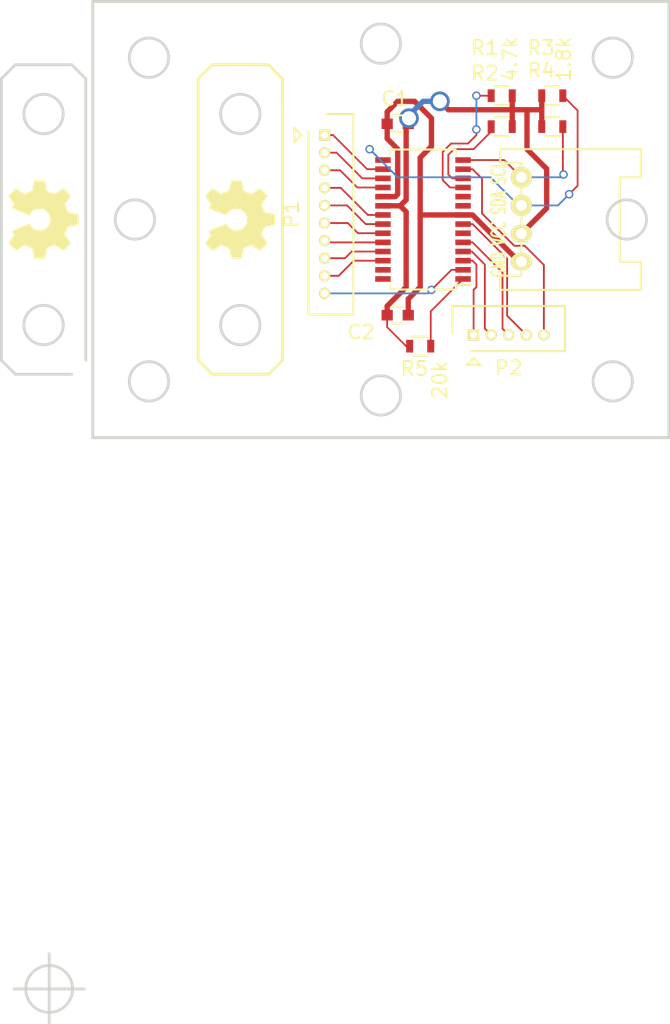
<source format=kicad_pcb>
(kicad_pcb (version 4) (host pcbnew 4.0.2+dfsg1-stable)

  (general
    (links 34)
    (no_connects 0)
    (area 78.985599 65.644799 126.685601 96.844801)
    (thickness 1.6)
    (drawings 39)
    (tracks 150)
    (zones 0)
    (modules 13)
    (nets 28)
  )

  (page A4)
  (title_block
    (date "26 jul 2013")
  )

  (layers
    (0 F.Cu signal)
    (31 B.Cu signal)
    (32 B.Adhes user)
    (33 F.Adhes user)
    (34 B.Paste user)
    (35 F.Paste user)
    (36 B.SilkS user)
    (37 F.SilkS user)
    (38 B.Mask user)
    (39 F.Mask user)
    (40 Dwgs.User user)
    (41 Cmts.User user)
    (42 Eco1.User user)
    (43 Eco2.User user)
    (44 Edge.Cuts user)
    (45 Margin user)
    (46 B.CrtYd user)
    (47 F.CrtYd user)
    (48 B.Fab user)
    (49 F.Fab user)
  )

  (setup
    (last_trace_width 0.25)
    (user_trace_width 0.127)
    (user_trace_width 0.2032)
    (user_trace_width 0.381)
    (user_trace_width 0.508)
    (user_trace_width 1.016)
    (user_trace_width 1.27)
    (user_trace_width 2.032)
    (user_trace_width 2.54)
    (trace_clearance 0.2)
    (zone_clearance 0.508)
    (zone_45_only yes)
    (trace_min 0.1238)
    (segment_width 0.2)
    (edge_width 0.2)
    (via_size 0.6)
    (via_drill 0.4)
    (via_min_size 0.4)
    (via_min_drill 0.3)
    (user_via 1.39954 1.00076)
    (user_via 1.39954 1.00076)
    (user_via 2.54 1.27)
    (user_via 2.54 1.27)
    (user_via 2.54 1.27)
    (user_via 2.54 1.27)
    (user_via 2.79908 1.99898)
    (user_via 2.79908 1.99898)
    (uvia_size 0.3)
    (uvia_drill 0.1)
    (uvias_allowed no)
    (uvia_min_size 0)
    (uvia_min_drill 0)
    (pcb_text_width 0.3)
    (pcb_text_size 1.5 1.5)
    (mod_edge_width 0.15)
    (mod_text_size 1 1)
    (mod_text_width 0.15)
    (pad_size 1.2 1.5)
    (pad_drill 0.762)
    (pad_to_mask_clearance 0.2)
    (aux_axis_origin 106.0856 81.2348)
    (grid_origin 106.0856 81.2448)
    (visible_elements FFFFEFFF)
    (pcbplotparams
      (layerselection 0x010f0_80000001)
      (usegerberextensions false)
      (excludeedgelayer true)
      (linewidth 0.100000)
      (plotframeref false)
      (viasonmask false)
      (mode 1)
      (useauxorigin false)
      (hpglpennumber 1)
      (hpglpenspeed 20)
      (hpglpendiameter 15)
      (hpglpenoverlay 2)
      (psnegative false)
      (psa4output false)
      (plotreference true)
      (plotvalue true)
      (plotinvisibletext false)
      (padsonsilk false)
      (subtractmaskfromsilk false)
      (outputformat 1)
      (mirror false)
      (drillshape 0)
      (scaleselection 1)
      (outputdirectory ""))
  )

  (net 0 "")
  (net 1 "Net-(P2-Pad2)")
  (net 2 "Net-(P2-Pad3)")
  (net 3 "Net-(P1-Pad2)")
  (net 4 "Net-(P1-Pad4)")
  (net 5 "Net-(P3-Pad4)")
  (net 6 "Net-(P2-Pad1)")
  (net 7 "Net-(P2-Pad4)")
  (net 8 "Net-(P2-Pad5)")
  (net 9 "Net-(C1-Pad1)")
  (net 10 "Net-(C1-Pad2)")
  (net 11 "Net-(P1-Pad1)")
  (net 12 "Net-(P1-Pad3)")
  (net 13 "Net-(P1-Pad5)")
  (net 14 "Net-(P1-Pad6)")
  (net 15 "Net-(P1-Pad7)")
  (net 16 "Net-(P1-Pad8)")
  (net 17 "Net-(P1-Pad9)")
  (net 18 "Net-(P1-Pad10)")
  (net 19 "Net-(P3-Pad3)")
  (net 20 "Net-(R1-Pad2)")
  (net 21 "Net-(R5-Pad2)")
  (net 22 "Net-(U1-Pad6)")
  (net 23 "Net-(U1-Pad9)")
  (net 24 "Net-(U1-Pad10)")
  (net 25 "Net-(U1-Pad27)")
  (net 26 "Net-(U1-Pad28)")
  (net 27 "Net-(R2-Pad2)")

  (net_class Default "これは標準のネット クラスです。"
    (clearance 0.2)
    (trace_width 0.25)
    (via_dia 0.6)
    (via_drill 0.4)
    (uvia_dia 0.3)
    (uvia_drill 0.1)
    (add_net "Net-(C1-Pad1)")
    (add_net "Net-(C1-Pad2)")
    (add_net "Net-(P1-Pad1)")
    (add_net "Net-(P1-Pad10)")
    (add_net "Net-(P1-Pad2)")
    (add_net "Net-(P1-Pad3)")
    (add_net "Net-(P1-Pad4)")
    (add_net "Net-(P1-Pad5)")
    (add_net "Net-(P1-Pad6)")
    (add_net "Net-(P1-Pad7)")
    (add_net "Net-(P1-Pad8)")
    (add_net "Net-(P1-Pad9)")
    (add_net "Net-(P2-Pad1)")
    (add_net "Net-(P2-Pad2)")
    (add_net "Net-(P2-Pad3)")
    (add_net "Net-(P2-Pad4)")
    (add_net "Net-(P2-Pad5)")
    (add_net "Net-(P3-Pad3)")
    (add_net "Net-(P3-Pad4)")
    (add_net "Net-(R1-Pad2)")
    (add_net "Net-(R2-Pad2)")
    (add_net "Net-(R5-Pad2)")
    (add_net "Net-(U1-Pad10)")
    (add_net "Net-(U1-Pad27)")
    (add_net "Net-(U1-Pad28)")
    (add_net "Net-(U1-Pad6)")
    (add_net "Net-(U1-Pad9)")
  )

  (module library:OSHW_LOGL_SYLK_5mm (layer F.Cu) (tedit 0) (tstamp 5B11AE7B)
    (at 82.0856 81.2448 270)
    (descr OSHW)
    (tags OSHW)
    (fp_text reference OSHW (at 0 2.95148 270) (layer F.SilkS) hide
      (effects (font (size 0.254 0.254) (thickness 0.0508)))
    )
    (fp_text value 1.1 (at 0 -2.95148 270) (layer F.SilkS) hide
      (effects (font (size 0.254 0.254) (thickness 0.0508)))
    )
    (fp_poly (pts (xy -1.68656 2.49936) (xy -1.65608 2.48412) (xy -1.59258 2.44348) (xy -1.4986 2.38252)
      (xy -1.38938 2.30886) (xy -1.27762 2.23266) (xy -1.18872 2.1717) (xy -1.12522 2.13106)
      (xy -1.09728 2.11836) (xy -1.08458 2.12344) (xy -1.03124 2.14884) (xy -0.95504 2.18694)
      (xy -0.91186 2.2098) (xy -0.84074 2.24028) (xy -0.80772 2.24536) (xy -0.8001 2.23774)
      (xy -0.7747 2.1844) (xy -0.7366 2.09296) (xy -0.68326 1.97104) (xy -0.6223 1.83134)
      (xy -0.5588 1.67894) (xy -0.49276 1.524) (xy -0.4318 1.37414) (xy -0.37846 1.24206)
      (xy -0.33528 1.13284) (xy -0.3048 1.05918) (xy -0.29464 1.02616) (xy -0.29718 1.01854)
      (xy -0.33274 0.98552) (xy -0.3937 0.9398) (xy -0.52578 0.83312) (xy -0.65532 0.67056)
      (xy -0.73406 0.48514) (xy -0.762 0.28194) (xy -0.73914 0.09144) (xy -0.66294 -0.09144)
      (xy -0.53594 -0.254) (xy -0.38354 -0.37592) (xy -0.2032 -0.45466) (xy 0 -0.47752)
      (xy 0.19304 -0.4572) (xy 0.37846 -0.38354) (xy 0.54356 -0.25908) (xy 0.61214 -0.1778)
      (xy 0.70866 -0.0127) (xy 0.762 0.1651) (xy 0.76962 0.21082) (xy 0.75946 0.4064)
      (xy 0.70358 0.59182) (xy 0.59944 0.75946) (xy 0.4572 0.89662) (xy 0.43942 0.91186)
      (xy 0.37084 0.96012) (xy 0.32766 0.99568) (xy 0.2921 1.02362) (xy 0.54102 1.62306)
      (xy 0.58166 1.71704) (xy 0.65024 1.88214) (xy 0.70866 2.02184) (xy 0.75692 2.1336)
      (xy 0.78994 2.2098) (xy 0.80518 2.24028) (xy 0.80772 2.24028) (xy 0.82804 2.24536)
      (xy 0.87376 2.22758) (xy 0.95758 2.18694) (xy 1.01346 2.159) (xy 1.07696 2.12852)
      (xy 1.1049 2.11836) (xy 1.1303 2.13106) (xy 1.19126 2.16916) (xy 1.28016 2.23012)
      (xy 1.38684 2.30378) (xy 1.48844 2.37236) (xy 1.58242 2.43332) (xy 1.651 2.4765)
      (xy 1.68402 2.49428) (xy 1.6891 2.49428) (xy 1.71958 2.47904) (xy 1.77292 2.43332)
      (xy 1.8542 2.35712) (xy 1.97104 2.24282) (xy 1.98882 2.22504) (xy 2.0828 2.12852)
      (xy 2.159 2.04724) (xy 2.21234 1.99136) (xy 2.23012 1.96342) (xy 2.23012 1.96342)
      (xy 2.21234 1.9304) (xy 2.16916 1.86436) (xy 2.1082 1.76784) (xy 2.032 1.65608)
      (xy 1.83388 1.36906) (xy 1.9431 1.09728) (xy 1.97612 1.01346) (xy 2.0193 0.91186)
      (xy 2.04978 0.84074) (xy 2.06502 0.80772) (xy 2.0955 0.79756) (xy 2.16916 0.77978)
      (xy 2.27838 0.75692) (xy 2.40792 0.73406) (xy 2.52984 0.7112) (xy 2.63906 0.69088)
      (xy 2.72034 0.67564) (xy 2.7559 0.66802) (xy 2.76606 0.66294) (xy 2.77114 0.64516)
      (xy 2.77622 0.60706) (xy 2.77876 0.54102) (xy 2.7813 0.43434) (xy 2.7813 0.28194)
      (xy 2.7813 0.26416) (xy 2.77876 0.11684) (xy 2.77622 0.00254) (xy 2.77368 -0.07366)
      (xy 2.7686 -0.10414) (xy 2.7686 -0.10414) (xy 2.73304 -0.11176) (xy 2.6543 -0.12954)
      (xy 2.54508 -0.14986) (xy 2.413 -0.17526) (xy 2.40284 -0.1778) (xy 2.2733 -0.2032)
      (xy 2.16154 -0.22606) (xy 2.08534 -0.24384) (xy 2.05232 -0.254) (xy 2.0447 -0.26416)
      (xy 2.0193 -0.31496) (xy 1.9812 -0.39624) (xy 1.93802 -0.4953) (xy 1.89484 -0.59944)
      (xy 1.85674 -0.69088) (xy 1.83134 -0.762) (xy 1.82372 -0.79248) (xy 1.82626 -0.79248)
      (xy 1.84404 -0.8255) (xy 1.88976 -0.89408) (xy 1.95326 -0.98806) (xy 2.032 -1.09982)
      (xy 2.03708 -1.10744) (xy 2.11328 -1.2192) (xy 2.17424 -1.31318) (xy 2.21488 -1.38176)
      (xy 2.23012 -1.41224) (xy 2.23012 -1.41224) (xy 2.20472 -1.44526) (xy 2.14884 -1.50876)
      (xy 2.06756 -1.59512) (xy 1.9685 -1.69164) (xy 1.93802 -1.72212) (xy 1.83134 -1.8288)
      (xy 1.75514 -1.89738) (xy 1.70942 -1.93548) (xy 1.68656 -1.9431) (xy 1.68402 -1.9431)
      (xy 1.651 -1.92278) (xy 1.58242 -1.87706) (xy 1.4859 -1.81102) (xy 1.37414 -1.73482)
      (xy 1.36652 -1.72974) (xy 1.25476 -1.65354) (xy 1.16078 -1.59004) (xy 1.09474 -1.54686)
      (xy 1.0668 -1.52908) (xy 1.06172 -1.52908) (xy 1.016 -1.54432) (xy 0.93726 -1.57226)
      (xy 0.84074 -1.60782) (xy 0.7366 -1.651) (xy 0.64516 -1.6891) (xy 0.57404 -1.72212)
      (xy 0.54102 -1.7399) (xy 0.54102 -1.74244) (xy 0.52832 -1.78054) (xy 0.508 -1.86436)
      (xy 0.48514 -1.97866) (xy 0.45974 -2.11582) (xy 0.45466 -2.13868) (xy 0.42926 -2.27076)
      (xy 0.40894 -2.37998) (xy 0.3937 -2.45618) (xy 0.38608 -2.48666) (xy 0.36576 -2.49174)
      (xy 0.30226 -2.49682) (xy 0.2032 -2.49936) (xy 0.08382 -2.49936) (xy -0.04064 -2.49936)
      (xy -0.1651 -2.49682) (xy -0.26924 -2.49174) (xy -0.34544 -2.48666) (xy -0.37592 -2.48158)
      (xy -0.37592 -2.47904) (xy -0.38862 -2.4384) (xy -0.4064 -2.35458) (xy -0.42926 -2.24028)
      (xy -0.4572 -2.10312) (xy -0.46228 -2.07772) (xy -0.48514 -1.94564) (xy -0.508 -1.83896)
      (xy -0.52324 -1.76276) (xy -0.5334 -1.73482) (xy -0.54356 -1.7272) (xy -0.59944 -1.70434)
      (xy -0.68834 -1.66624) (xy -0.79756 -1.62306) (xy -1.05156 -1.51892) (xy -1.36398 -1.73482)
      (xy -1.39446 -1.7526) (xy -1.50622 -1.8288) (xy -1.59766 -1.8923) (xy -1.66116 -1.93294)
      (xy -1.6891 -1.94818) (xy -1.69164 -1.94564) (xy -1.72212 -1.92024) (xy -1.78308 -1.86182)
      (xy -1.86944 -1.778) (xy -1.96596 -1.68148) (xy -2.03962 -1.60782) (xy -2.12598 -1.52146)
      (xy -2.17932 -1.46304) (xy -2.2098 -1.42494) (xy -2.21996 -1.40208) (xy -2.21742 -1.38684)
      (xy -2.1971 -1.35382) (xy -2.15138 -1.28524) (xy -2.08788 -1.19126) (xy -2.01168 -1.0795)
      (xy -1.94818 -0.98806) (xy -1.88214 -0.88392) (xy -1.83642 -0.80772) (xy -1.82118 -0.77216)
      (xy -1.82626 -0.75692) (xy -1.84658 -0.69596) (xy -1.88468 -0.60198) (xy -1.9304 -0.49276)
      (xy -2.03962 -0.24638) (xy -2.20218 -0.21336) (xy -2.30124 -0.19558) (xy -2.4384 -0.17018)
      (xy -2.56794 -0.14478) (xy -2.77368 -0.10414) (xy -2.7813 0.6477) (xy -2.75082 0.66294)
      (xy -2.72034 0.67056) (xy -2.64414 0.68834) (xy -2.53492 0.70866) (xy -2.40792 0.73406)
      (xy -2.2987 0.75438) (xy -2.18694 0.7747) (xy -2.1082 0.78994) (xy -2.07264 0.79756)
      (xy -2.06502 0.80772) (xy -2.03708 0.86106) (xy -1.99898 0.94742) (xy -1.9558 1.04902)
      (xy -1.91008 1.15316) (xy -1.87198 1.25222) (xy -1.84404 1.32588) (xy -1.83388 1.36398)
      (xy -1.84912 1.39192) (xy -1.8923 1.45796) (xy -1.95326 1.5494) (xy -2.02692 1.65862)
      (xy -2.10058 1.76784) (xy -2.16408 1.86182) (xy -2.20726 1.92786) (xy -2.22758 1.95834)
      (xy -2.21742 1.9812) (xy -2.17424 2.032) (xy -2.09042 2.11836) (xy -1.9685 2.24028)
      (xy -1.94818 2.25806) (xy -1.85166 2.35204) (xy -1.76784 2.42824) (xy -1.71196 2.47904)
      (xy -1.68656 2.49936)) (layer F.SilkS) (width 0.00254))
  )

  (module library:Grove_I2C_Horisontal_4pin_2mmpitch (layer F.Cu) (tedit 5B07AD1F) (tstamp 5B07A1DA)
    (at 116.0856 81.2448 90)
    (descr Grove_I2C_Horisontal_4pin_2mmpitch)
    (tags Grove_I2C_Horisontal_4pin_2mmpitch)
    (path /5B078B4C)
    (fp_text reference P3 (at 0 -2 90) (layer F.SilkS) hide
      (effects (font (size 1 1) (thickness 0.15)))
    )
    (fp_text value CONN_01X04 (at 0 10 90) (layer F.Fab) hide
      (effects (font (size 1 1) (thickness 0.15)))
    )
    (fp_text user "GND VCC SDA SCL" (at 0 -1.6 90) (layer F.SilkS)
      (effects (font (size 1 0.6) (thickness 0.15)))
    )
    (fp_line (start -5 8.5) (end -3 8.5) (layer F.SilkS) (width 0.15))
    (fp_line (start -3 8.5) (end -3 7) (layer F.SilkS) (width 0.15))
    (fp_line (start -3 7) (end 3 7) (layer F.SilkS) (width 0.15))
    (fp_line (start -5 0) (end -5 -1.5) (layer F.SilkS) (width 0.15))
    (fp_line (start -5 -1.5) (end -4 -1.5) (layer F.SilkS) (width 0.15))
    (fp_line (start -4 -1.5) (end -4 0) (layer F.SilkS) (width 0.15))
    (fp_line (start -4 0) (end 4 0) (layer F.SilkS) (width 0.15))
    (fp_line (start 4 0) (end 4 -1.5) (layer F.SilkS) (width 0.15))
    (fp_line (start 4 -1.5) (end 5 -1.5) (layer F.SilkS) (width 0.15))
    (fp_line (start 5 -1.5) (end 5 8.5) (layer F.SilkS) (width 0.15))
    (fp_line (start 5 8.5) (end 3 8.5) (layer F.SilkS) (width 0.15))
    (fp_line (start 3 8.5) (end 3 7) (layer F.SilkS) (width 0.15))
    (fp_line (start -5 8.5) (end -5 0) (layer F.SilkS) (width 0.15))
    (pad 1 thru_hole oval (at -3 0 90) (size 1.2 1.5) (drill 0.762) (layers *.Cu *.Mask F.SilkS)
      (net 10 "Net-(C1-Pad2)"))
    (pad 2 thru_hole oval (at -1 0 90) (size 1.2 1.5) (drill 0.762) (layers *.Cu *.Mask F.SilkS)
      (net 9 "Net-(C1-Pad1)"))
    (pad 3 thru_hole circle (at 1 0 90) (size 1.5 1.5) (drill 0.762) (layers *.Cu *.Mask F.SilkS)
      (net 19 "Net-(P3-Pad3)"))
    (pad 4 thru_hole circle (at 3 0 90) (size 1.5 1.5) (drill 0.762) (layers *.Cu *.Mask F.SilkS)
      (net 5 "Net-(P3-Pad4)"))
  )

  (module Capacitors_SMD:C_0603 (layer F.Cu) (tedit 5B07AE09) (tstamp 5B07A1A7)
    (at 107.2856 74.4448 180)
    (descr "Capacitor SMD 0603, reflow soldering, AVX (see smccp.pdf)")
    (tags "capacitor 0603")
    (path /5B078D86)
    (attr smd)
    (fp_text reference C1 (at 0.2 1.8 180) (layer F.SilkS)
      (effects (font (size 1 1) (thickness 0.15)))
    )
    (fp_text value 0.1 (at 0 1.9 180) (layer F.Fab) hide
      (effects (font (size 1 1) (thickness 0.15)))
    )
    (fp_line (start -1.45 -0.75) (end 1.45 -0.75) (layer F.CrtYd) (width 0.05))
    (fp_line (start -1.45 0.75) (end 1.45 0.75) (layer F.CrtYd) (width 0.05))
    (fp_line (start -1.45 -0.75) (end -1.45 0.75) (layer F.CrtYd) (width 0.05))
    (fp_line (start 1.45 -0.75) (end 1.45 0.75) (layer F.CrtYd) (width 0.05))
    (fp_line (start -0.35 -0.6) (end 0.35 -0.6) (layer F.SilkS) (width 0.15))
    (fp_line (start 0.35 0.6) (end -0.35 0.6) (layer F.SilkS) (width 0.15))
    (pad 1 smd rect (at -0.75 0 180) (size 0.8 0.75) (layers F.Cu F.Paste F.Mask)
      (net 9 "Net-(C1-Pad1)"))
    (pad 2 smd rect (at 0.75 0 180) (size 0.8 0.75) (layers F.Cu F.Paste F.Mask)
      (net 10 "Net-(C1-Pad2)"))
    (model Capacitors_SMD.3dshapes/C_0603.wrl
      (at (xyz 0 0 0))
      (scale (xyz 1 1 1))
      (rotate (xyz 0 0 0))
    )
  )

  (module Capacitors_SMD:C_0603 (layer F.Cu) (tedit 5B07AD7B) (tstamp 5B07A1AD)
    (at 107.2856 88.0448)
    (descr "Capacitor SMD 0603, reflow soldering, AVX (see smccp.pdf)")
    (tags "capacitor 0603")
    (path /5B078E5E)
    (attr smd)
    (fp_text reference C2 (at -2.6 1.2) (layer F.SilkS)
      (effects (font (size 1 1) (thickness 0.15)))
    )
    (fp_text value 10 (at 0 1.9) (layer F.Fab) hide
      (effects (font (size 1 1) (thickness 0.15)))
    )
    (fp_line (start -1.45 -0.75) (end 1.45 -0.75) (layer F.CrtYd) (width 0.05))
    (fp_line (start -1.45 0.75) (end 1.45 0.75) (layer F.CrtYd) (width 0.05))
    (fp_line (start -1.45 -0.75) (end -1.45 0.75) (layer F.CrtYd) (width 0.05))
    (fp_line (start 1.45 -0.75) (end 1.45 0.75) (layer F.CrtYd) (width 0.05))
    (fp_line (start -0.35 -0.6) (end 0.35 -0.6) (layer F.SilkS) (width 0.15))
    (fp_line (start 0.35 0.6) (end -0.35 0.6) (layer F.SilkS) (width 0.15))
    (pad 1 smd rect (at -0.75 0) (size 0.8 0.75) (layers F.Cu F.Paste F.Mask)
      (net 9 "Net-(C1-Pad1)"))
    (pad 2 smd rect (at 0.75 0) (size 0.8 0.75) (layers F.Cu F.Paste F.Mask)
      (net 10 "Net-(C1-Pad2)"))
    (model Capacitors_SMD.3dshapes/C_0603.wrl
      (at (xyz 0 0 0))
      (scale (xyz 1 1 1))
      (rotate (xyz 0 0 0))
    )
  )

  (module Connectors_Molex:Connector_Molex_PicoBlade_53047-1010 (layer F.Cu) (tedit 5B07A4C0) (tstamp 5B07A1BB)
    (at 102.0856 75.2448 270)
    (descr "Molex PicoBlade 1.25mm shrouded header. Vertical. 10 ways")
    (path /5B0789B7)
    (fp_text reference P1 (at 5.625 2.35 270) (layer F.SilkS)
      (effects (font (size 1 1) (thickness 0.15)))
    )
    (fp_text value CONN_01X10 (at 5.625 -3.25 270) (layer F.Fab) hide
      (effects (font (size 1 1) (thickness 0.15)))
    )
    (fp_line (start -1.5 -0.12) (end -1.5 -2.05) (layer F.SilkS) (width 0.15))
    (fp_line (start -1.5 -2.05) (end 12.75 -2.05) (layer F.SilkS) (width 0.15))
    (fp_line (start 12.75 -2.05) (end 12.75 1.15) (layer F.SilkS) (width 0.15))
    (fp_line (start 12.75 1.15) (end -0.23 1.15) (layer F.SilkS) (width 0.15))
    (fp_line (start 0 1.65) (end 0.5 2.15) (layer F.SilkS) (width 0.15))
    (fp_line (start 0.5 2.15) (end -0.5 2.15) (layer F.SilkS) (width 0.15))
    (fp_line (start -0.5 2.15) (end 0 1.65) (layer F.SilkS) (width 0.15))
    (fp_line (start -0.23 1.15) (end -1.5 -0.12) (layer F.Fab) (width 0.2))
    (fp_line (start -1.5 -0.12) (end -1.5 -2.05) (layer F.Fab) (width 0.2))
    (fp_line (start -1.5 -2.05) (end 12.75 -2.05) (layer F.Fab) (width 0.2))
    (fp_line (start 12.75 -2.05) (end 12.75 1.15) (layer F.Fab) (width 0.2))
    (fp_line (start 12.75 1.15) (end -0.23 1.15) (layer F.Fab) (width 0.2))
    (pad 1 thru_hole rect (at 0 0 270) (size 0.8 0.8) (drill 0.5) (layers *.Cu *.Mask F.SilkS)
      (net 11 "Net-(P1-Pad1)"))
    (pad 2 thru_hole oval (at 1.25 0 270) (size 0.8 0.8) (drill 0.5) (layers *.Cu *.Mask F.SilkS)
      (net 3 "Net-(P1-Pad2)"))
    (pad 3 thru_hole oval (at 2.5 0 270) (size 0.8 0.8) (drill 0.5) (layers *.Cu *.Mask F.SilkS)
      (net 12 "Net-(P1-Pad3)"))
    (pad 4 thru_hole oval (at 3.75 0 270) (size 0.8 0.8) (drill 0.5) (layers *.Cu *.Mask F.SilkS)
      (net 4 "Net-(P1-Pad4)"))
    (pad 5 thru_hole oval (at 5 0 270) (size 0.8 0.8) (drill 0.5) (layers *.Cu *.Mask F.SilkS)
      (net 13 "Net-(P1-Pad5)"))
    (pad 6 thru_hole oval (at 6.25 0 270) (size 0.8 0.8) (drill 0.5) (layers *.Cu *.Mask F.SilkS)
      (net 14 "Net-(P1-Pad6)"))
    (pad 7 thru_hole oval (at 7.5 0 270) (size 0.8 0.8) (drill 0.5) (layers *.Cu *.Mask F.SilkS)
      (net 15 "Net-(P1-Pad7)"))
    (pad 8 thru_hole oval (at 8.75 0 270) (size 0.8 0.8) (drill 0.5) (layers *.Cu *.Mask F.SilkS)
      (net 16 "Net-(P1-Pad8)"))
    (pad 9 thru_hole oval (at 10 0 270) (size 0.8 0.8) (drill 0.5) (layers *.Cu *.Mask F.SilkS)
      (net 17 "Net-(P1-Pad9)"))
    (pad 10 thru_hole oval (at 11.25 0 270) (size 0.8 0.8) (drill 0.5) (layers *.Cu *.Mask F.SilkS)
      (net 18 "Net-(P1-Pad10)"))
  )

  (module Connectors_Molex:Connector_Molex_PicoBlade_53047-0510 (layer F.Cu) (tedit 5B07A5C2) (tstamp 5B07A1C4)
    (at 112.6856 89.4448)
    (descr "Molex PicoBlade 1.25mm shrouded header. Vertical. 5 ways")
    (path /5B078ACC)
    (fp_text reference P2 (at 2.5 2.35) (layer F.SilkS)
      (effects (font (size 1 1) (thickness 0.15)))
    )
    (fp_text value CONN_01X05 (at 2.5 -3.25) (layer F.Fab) hide
      (effects (font (size 1 1) (thickness 0.15)))
    )
    (fp_line (start -1.5 -0.12) (end -1.5 -2.05) (layer F.SilkS) (width 0.15))
    (fp_line (start -1.5 -2.05) (end 6.5 -2.05) (layer F.SilkS) (width 0.15))
    (fp_line (start 6.5 -2.05) (end 6.5 1.15) (layer F.SilkS) (width 0.15))
    (fp_line (start 6.5 1.15) (end -0.23 1.15) (layer F.SilkS) (width 0.15))
    (fp_line (start 0 1.65) (end 0.5 2.15) (layer F.SilkS) (width 0.15))
    (fp_line (start 0.5 2.15) (end -0.5 2.15) (layer F.SilkS) (width 0.15))
    (fp_line (start -0.5 2.15) (end 0 1.65) (layer F.SilkS) (width 0.15))
    (fp_line (start -0.23 1.15) (end -1.5 -0.12) (layer F.Fab) (width 0.2))
    (fp_line (start -1.5 -0.12) (end -1.5 -2.05) (layer F.Fab) (width 0.2))
    (fp_line (start -1.5 -2.05) (end 6.5 -2.05) (layer F.Fab) (width 0.2))
    (fp_line (start 6.5 -2.05) (end 6.5 1.15) (layer F.Fab) (width 0.2))
    (fp_line (start 6.5 1.15) (end -0.23 1.15) (layer F.Fab) (width 0.2))
    (pad 1 thru_hole rect (at 0 0) (size 0.8 0.8) (drill 0.5) (layers *.Cu *.Mask F.SilkS)
      (net 6 "Net-(P2-Pad1)"))
    (pad 2 thru_hole oval (at 1.25 0) (size 0.8 0.8) (drill 0.5) (layers *.Cu *.Mask F.SilkS)
      (net 1 "Net-(P2-Pad2)"))
    (pad 3 thru_hole oval (at 2.5 0) (size 0.8 0.8) (drill 0.5) (layers *.Cu *.Mask F.SilkS)
      (net 2 "Net-(P2-Pad3)"))
    (pad 4 thru_hole oval (at 3.75 0) (size 0.8 0.8) (drill 0.5) (layers *.Cu *.Mask F.SilkS)
      (net 7 "Net-(P2-Pad4)"))
    (pad 5 thru_hole oval (at 5 0) (size 0.8 0.8) (drill 0.5) (layers *.Cu *.Mask F.SilkS)
      (net 8 "Net-(P2-Pad5)"))
    (model Connectors_Molex.3dshapes/Connector_Molex_PicoBlade_53047-0510.wrl
      (at (xyz 0.0984252 0 0))
      (scale (xyz 1 1 1))
      (rotate (xyz 0 0 180))
    )
  )

  (module Resistors_SMD:R_0603 (layer F.Cu) (tedit 5B07ADF5) (tstamp 5B07A1E0)
    (at 114.6856 72.4448 180)
    (descr "Resistor SMD 0603, reflow soldering, Vishay (see dcrcw.pdf)")
    (tags "resistor 0603")
    (path /5B079279)
    (attr smd)
    (fp_text reference R1 (at 1.2 3.4 180) (layer F.SilkS)
      (effects (font (size 1 1) (thickness 0.15)))
    )
    (fp_text value 4.7k (at -0.6 2.6 270) (layer F.SilkS)
      (effects (font (size 1 1) (thickness 0.15)))
    )
    (fp_line (start -1.3 -0.8) (end 1.3 -0.8) (layer F.CrtYd) (width 0.05))
    (fp_line (start -1.3 0.8) (end 1.3 0.8) (layer F.CrtYd) (width 0.05))
    (fp_line (start -1.3 -0.8) (end -1.3 0.8) (layer F.CrtYd) (width 0.05))
    (fp_line (start 1.3 -0.8) (end 1.3 0.8) (layer F.CrtYd) (width 0.05))
    (fp_line (start 0.5 0.675) (end -0.5 0.675) (layer F.SilkS) (width 0.15))
    (fp_line (start -0.5 -0.675) (end 0.5 -0.675) (layer F.SilkS) (width 0.15))
    (pad 1 smd rect (at -0.75 0 180) (size 0.5 0.9) (layers F.Cu F.Paste F.Mask)
      (net 9 "Net-(C1-Pad1)"))
    (pad 2 smd rect (at 0.75 0 180) (size 0.5 0.9) (layers F.Cu F.Paste F.Mask)
      (net 20 "Net-(R1-Pad2)"))
    (model Resistors_SMD.3dshapes/R_0603.wrl
      (at (xyz 0 0 0))
      (scale (xyz 1 1 1))
      (rotate (xyz 0 0 0))
    )
  )

  (module Resistors_SMD:R_0603 (layer F.Cu) (tedit 5B07AE02) (tstamp 5B07A1E6)
    (at 114.6856 74.6448 180)
    (descr "Resistor SMD 0603, reflow soldering, Vishay (see dcrcw.pdf)")
    (tags "resistor 0603")
    (path /5B07930E)
    (attr smd)
    (fp_text reference R2 (at 1.2 3.8 180) (layer F.SilkS)
      (effects (font (size 1 1) (thickness 0.15)))
    )
    (fp_text value 4.7k (at 0.2 -4.2 180) (layer F.SilkS) hide
      (effects (font (size 1 1) (thickness 0.15)))
    )
    (fp_line (start -1.3 -0.8) (end 1.3 -0.8) (layer F.CrtYd) (width 0.05))
    (fp_line (start -1.3 0.8) (end 1.3 0.8) (layer F.CrtYd) (width 0.05))
    (fp_line (start -1.3 -0.8) (end -1.3 0.8) (layer F.CrtYd) (width 0.05))
    (fp_line (start 1.3 -0.8) (end 1.3 0.8) (layer F.CrtYd) (width 0.05))
    (fp_line (start 0.5 0.675) (end -0.5 0.675) (layer F.SilkS) (width 0.15))
    (fp_line (start -0.5 -0.675) (end 0.5 -0.675) (layer F.SilkS) (width 0.15))
    (pad 1 smd rect (at -0.75 0 180) (size 0.5 0.9) (layers F.Cu F.Paste F.Mask)
      (net 9 "Net-(C1-Pad1)"))
    (pad 2 smd rect (at 0.75 0 180) (size 0.5 0.9) (layers F.Cu F.Paste F.Mask)
      (net 27 "Net-(R2-Pad2)"))
    (model Resistors_SMD.3dshapes/R_0603.wrl
      (at (xyz 0 0 0))
      (scale (xyz 1 1 1))
      (rotate (xyz 0 0 0))
    )
  )

  (module Resistors_SMD:R_0603 (layer F.Cu) (tedit 5B07ADDA) (tstamp 5B07A1EC)
    (at 118.2856 72.4448)
    (descr "Resistor SMD 0603, reflow soldering, Vishay (see dcrcw.pdf)")
    (tags "resistor 0603")
    (path /5B0794BC)
    (attr smd)
    (fp_text reference R3 (at -0.8 -3.4) (layer F.SilkS)
      (effects (font (size 1 1) (thickness 0.15)))
    )
    (fp_text value 1.8k (at 0 1.9) (layer F.SilkS) hide
      (effects (font (size 1 1) (thickness 0.15)))
    )
    (fp_line (start -1.3 -0.8) (end 1.3 -0.8) (layer F.CrtYd) (width 0.05))
    (fp_line (start -1.3 0.8) (end 1.3 0.8) (layer F.CrtYd) (width 0.05))
    (fp_line (start -1.3 -0.8) (end -1.3 0.8) (layer F.CrtYd) (width 0.05))
    (fp_line (start 1.3 -0.8) (end 1.3 0.8) (layer F.CrtYd) (width 0.05))
    (fp_line (start 0.5 0.675) (end -0.5 0.675) (layer F.SilkS) (width 0.15))
    (fp_line (start -0.5 -0.675) (end 0.5 -0.675) (layer F.SilkS) (width 0.15))
    (pad 1 smd rect (at -0.75 0) (size 0.5 0.9) (layers F.Cu F.Paste F.Mask)
      (net 9 "Net-(C1-Pad1)"))
    (pad 2 smd rect (at 0.75 0) (size 0.5 0.9) (layers F.Cu F.Paste F.Mask)
      (net 19 "Net-(P3-Pad3)"))
    (model Resistors_SMD.3dshapes/R_0603.wrl
      (at (xyz 0 0 0))
      (scale (xyz 1 1 1))
      (rotate (xyz 0 0 0))
    )
  )

  (module Resistors_SMD:R_0603 (layer F.Cu) (tedit 5B07ADEA) (tstamp 5B07A1F2)
    (at 118.2856 74.6448)
    (descr "Resistor SMD 0603, reflow soldering, Vishay (see dcrcw.pdf)")
    (tags "resistor 0603")
    (path /5B079552)
    (attr smd)
    (fp_text reference R4 (at -0.8 -4) (layer F.SilkS)
      (effects (font (size 1 1) (thickness 0.15)))
    )
    (fp_text value 1.8k (at 0.8 -4.8 90) (layer F.SilkS)
      (effects (font (size 1 1) (thickness 0.15)))
    )
    (fp_line (start -1.3 -0.8) (end 1.3 -0.8) (layer F.CrtYd) (width 0.05))
    (fp_line (start -1.3 0.8) (end 1.3 0.8) (layer F.CrtYd) (width 0.05))
    (fp_line (start -1.3 -0.8) (end -1.3 0.8) (layer F.CrtYd) (width 0.05))
    (fp_line (start 1.3 -0.8) (end 1.3 0.8) (layer F.CrtYd) (width 0.05))
    (fp_line (start 0.5 0.675) (end -0.5 0.675) (layer F.SilkS) (width 0.15))
    (fp_line (start -0.5 -0.675) (end 0.5 -0.675) (layer F.SilkS) (width 0.15))
    (pad 1 smd rect (at -0.75 0) (size 0.5 0.9) (layers F.Cu F.Paste F.Mask)
      (net 9 "Net-(C1-Pad1)"))
    (pad 2 smd rect (at 0.75 0) (size 0.5 0.9) (layers F.Cu F.Paste F.Mask)
      (net 5 "Net-(P3-Pad4)"))
    (model Resistors_SMD.3dshapes/R_0603.wrl
      (at (xyz 0 0 0))
      (scale (xyz 1 1 1))
      (rotate (xyz 0 0 0))
    )
  )

  (module Resistors_SMD:R_0603 (layer F.Cu) (tedit 5B07AD84) (tstamp 5B07A1F8)
    (at 108.8856 90.2448)
    (descr "Resistor SMD 0603, reflow soldering, Vishay (see dcrcw.pdf)")
    (tags "resistor 0603")
    (path /5B078FD5)
    (attr smd)
    (fp_text reference R5 (at -0.4 1.6) (layer F.SilkS)
      (effects (font (size 1 1) (thickness 0.15)))
    )
    (fp_text value 20k (at 1.4 2.4 90) (layer F.SilkS)
      (effects (font (size 1 1) (thickness 0.15)))
    )
    (fp_line (start -1.3 -0.8) (end 1.3 -0.8) (layer F.CrtYd) (width 0.05))
    (fp_line (start -1.3 0.8) (end 1.3 0.8) (layer F.CrtYd) (width 0.05))
    (fp_line (start -1.3 -0.8) (end -1.3 0.8) (layer F.CrtYd) (width 0.05))
    (fp_line (start 1.3 -0.8) (end 1.3 0.8) (layer F.CrtYd) (width 0.05))
    (fp_line (start 0.5 0.675) (end -0.5 0.675) (layer F.SilkS) (width 0.15))
    (fp_line (start -0.5 -0.675) (end 0.5 -0.675) (layer F.SilkS) (width 0.15))
    (pad 1 smd rect (at -0.75 0) (size 0.5 0.9) (layers F.Cu F.Paste F.Mask)
      (net 9 "Net-(C1-Pad1)"))
    (pad 2 smd rect (at 0.75 0) (size 0.5 0.9) (layers F.Cu F.Paste F.Mask)
      (net 21 "Net-(R5-Pad2)"))
    (model Resistors_SMD.3dshapes/R_0603.wrl
      (at (xyz 0 0 0))
      (scale (xyz 1 1 1))
      (rotate (xyz 0 0 0))
    )
  )

  (module Housings_SSOP:TSSOP-28_4.4x9.7mm_Pitch0.65mm (layer F.Cu) (tedit 5B07A4D3) (tstamp 5B07A218)
    (at 109.0856 81.2448 180)
    (descr "TSSOP28: plastic thin shrink small outline package; 28 leads; body width 4.4 mm; (see NXP SSOP-TSSOP-VSO-REFLOW.pdf and sot361-1_po.pdf)")
    (tags "SSOP 0.65")
    (path /5B0787D0)
    (attr smd)
    (fp_text reference U1 (at 0 -5.9 180) (layer F.SilkS) hide
      (effects (font (size 1 1) (thickness 0.15)))
    )
    (fp_text value MTCH6102_SSOP28 (at 0 5.9 180) (layer F.Fab) hide
      (effects (font (size 1 1) (thickness 0.15)))
    )
    (fp_line (start -3.65 -5.15) (end -3.65 5.15) (layer F.CrtYd) (width 0.05))
    (fp_line (start 3.65 -5.15) (end 3.65 5.15) (layer F.CrtYd) (width 0.05))
    (fp_line (start -3.65 -5.15) (end 3.65 -5.15) (layer F.CrtYd) (width 0.05))
    (fp_line (start -3.65 5.15) (end 3.65 5.15) (layer F.CrtYd) (width 0.05))
    (fp_line (start -2.325 -4.975) (end -2.325 -4.65) (layer F.SilkS) (width 0.15))
    (fp_line (start 2.325 -4.975) (end 2.325 -4.65) (layer F.SilkS) (width 0.15))
    (fp_line (start 2.325 4.975) (end 2.325 4.65) (layer F.SilkS) (width 0.15))
    (fp_line (start -2.325 4.975) (end -2.325 4.65) (layer F.SilkS) (width 0.15))
    (fp_line (start -2.325 -4.975) (end 2.325 -4.975) (layer F.SilkS) (width 0.15))
    (fp_line (start -2.325 4.975) (end 2.325 4.975) (layer F.SilkS) (width 0.15))
    (fp_line (start -2.325 -4.65) (end -3.4 -4.65) (layer F.SilkS) (width 0.15))
    (pad 1 smd rect (at -2.85 -4.225 180) (size 1.1 0.4) (layers F.Cu F.Paste F.Mask)
      (net 21 "Net-(R5-Pad2)"))
    (pad 2 smd rect (at -2.85 -3.575 180) (size 1.1 0.4) (layers F.Cu F.Paste F.Mask)
      (net 18 "Net-(P1-Pad10)"))
    (pad 3 smd rect (at -2.85 -2.925 180) (size 1.1 0.4) (layers F.Cu F.Paste F.Mask)
      (net 6 "Net-(P2-Pad1)"))
    (pad 4 smd rect (at -2.85 -2.275 180) (size 1.1 0.4) (layers F.Cu F.Paste F.Mask)
      (net 1 "Net-(P2-Pad2)"))
    (pad 5 smd rect (at -2.85 -1.625 180) (size 1.1 0.4) (layers F.Cu F.Paste F.Mask)
      (net 2 "Net-(P2-Pad3)"))
    (pad 6 smd rect (at -2.85 -0.975 180) (size 1.1 0.4) (layers F.Cu F.Paste F.Mask)
      (net 22 "Net-(U1-Pad6)"))
    (pad 7 smd rect (at -2.85 -0.325 180) (size 1.1 0.4) (layers F.Cu F.Paste F.Mask)
      (net 7 "Net-(P2-Pad4)"))
    (pad 8 smd rect (at -2.85 0.325 180) (size 1.1 0.4) (layers F.Cu F.Paste F.Mask)
      (net 10 "Net-(C1-Pad2)"))
    (pad 9 smd rect (at -2.85 0.975 180) (size 1.1 0.4) (layers F.Cu F.Paste F.Mask)
      (net 23 "Net-(U1-Pad9)"))
    (pad 10 smd rect (at -2.85 1.625 180) (size 1.1 0.4) (layers F.Cu F.Paste F.Mask)
      (net 24 "Net-(U1-Pad10)"))
    (pad 11 smd rect (at -2.85 2.275 180) (size 1.1 0.4) (layers F.Cu F.Paste F.Mask)
      (net 20 "Net-(R1-Pad2)"))
    (pad 12 smd rect (at -2.85 2.925 180) (size 1.1 0.4) (layers F.Cu F.Paste F.Mask)
      (net 27 "Net-(R2-Pad2)"))
    (pad 13 smd rect (at -2.85 3.575 180) (size 1.1 0.4) (layers F.Cu F.Paste F.Mask)
      (net 8 "Net-(P2-Pad5)"))
    (pad 14 smd rect (at -2.85 4.225 180) (size 1.1 0.4) (layers F.Cu F.Paste F.Mask)
      (net 5 "Net-(P3-Pad4)"))
    (pad 15 smd rect (at 2.85 4.225 180) (size 1.1 0.4) (layers F.Cu F.Paste F.Mask)
      (net 19 "Net-(P3-Pad3)"))
    (pad 16 smd rect (at 2.85 3.575 180) (size 1.1 0.4) (layers F.Cu F.Paste F.Mask)
      (net 11 "Net-(P1-Pad1)"))
    (pad 17 smd rect (at 2.85 2.925 180) (size 1.1 0.4) (layers F.Cu F.Paste F.Mask)
      (net 3 "Net-(P1-Pad2)"))
    (pad 18 smd rect (at 2.85 2.275 180) (size 1.1 0.4) (layers F.Cu F.Paste F.Mask)
      (net 12 "Net-(P1-Pad3)"))
    (pad 19 smd rect (at 2.85 1.625 180) (size 1.1 0.4) (layers F.Cu F.Paste F.Mask)
      (net 10 "Net-(C1-Pad2)"))
    (pad 20 smd rect (at 2.85 0.975 180) (size 1.1 0.4) (layers F.Cu F.Paste F.Mask)
      (net 9 "Net-(C1-Pad1)"))
    (pad 21 smd rect (at 2.85 0.325 180) (size 1.1 0.4) (layers F.Cu F.Paste F.Mask)
      (net 4 "Net-(P1-Pad4)"))
    (pad 22 smd rect (at 2.85 -0.325 180) (size 1.1 0.4) (layers F.Cu F.Paste F.Mask)
      (net 13 "Net-(P1-Pad5)"))
    (pad 23 smd rect (at 2.85 -0.975 180) (size 1.1 0.4) (layers F.Cu F.Paste F.Mask)
      (net 14 "Net-(P1-Pad6)"))
    (pad 24 smd rect (at 2.85 -1.625 180) (size 1.1 0.4) (layers F.Cu F.Paste F.Mask)
      (net 15 "Net-(P1-Pad7)"))
    (pad 25 smd rect (at 2.85 -2.275 180) (size 1.1 0.4) (layers F.Cu F.Paste F.Mask)
      (net 16 "Net-(P1-Pad8)"))
    (pad 26 smd rect (at 2.85 -2.925 180) (size 1.1 0.4) (layers F.Cu F.Paste F.Mask)
      (net 17 "Net-(P1-Pad9)"))
    (pad 27 smd rect (at 2.85 -3.575 180) (size 1.1 0.4) (layers F.Cu F.Paste F.Mask)
      (net 25 "Net-(U1-Pad27)"))
    (pad 28 smd rect (at 2.85 -4.225 180) (size 1.1 0.4) (layers F.Cu F.Paste F.Mask)
      (net 26 "Net-(U1-Pad28)"))
    (model Housings_SSOP.3dshapes/TSSOP-28_4.4x9.7mm_Pitch0.65mm.wrl
      (at (xyz 0 0 0))
      (scale (xyz 1 1 1))
      (rotate (xyz 0 0 0))
    )
  )

  (module library:OSHW_LOGL_SYLK_5mm (layer F.Cu) (tedit 0) (tstamp 5B07B026)
    (at 96.0856 81.2448 270)
    (descr OSHW)
    (tags OSHW)
    (fp_text reference OSHW (at 0 2.95148 270) (layer F.SilkS) hide
      (effects (font (size 0.254 0.254) (thickness 0.0508)))
    )
    (fp_text value 1.1 (at 0 -2.95148 270) (layer F.SilkS) hide
      (effects (font (size 0.254 0.254) (thickness 0.0508)))
    )
    (fp_poly (pts (xy -1.68656 2.49936) (xy -1.65608 2.48412) (xy -1.59258 2.44348) (xy -1.4986 2.38252)
      (xy -1.38938 2.30886) (xy -1.27762 2.23266) (xy -1.18872 2.1717) (xy -1.12522 2.13106)
      (xy -1.09728 2.11836) (xy -1.08458 2.12344) (xy -1.03124 2.14884) (xy -0.95504 2.18694)
      (xy -0.91186 2.2098) (xy -0.84074 2.24028) (xy -0.80772 2.24536) (xy -0.8001 2.23774)
      (xy -0.7747 2.1844) (xy -0.7366 2.09296) (xy -0.68326 1.97104) (xy -0.6223 1.83134)
      (xy -0.5588 1.67894) (xy -0.49276 1.524) (xy -0.4318 1.37414) (xy -0.37846 1.24206)
      (xy -0.33528 1.13284) (xy -0.3048 1.05918) (xy -0.29464 1.02616) (xy -0.29718 1.01854)
      (xy -0.33274 0.98552) (xy -0.3937 0.9398) (xy -0.52578 0.83312) (xy -0.65532 0.67056)
      (xy -0.73406 0.48514) (xy -0.762 0.28194) (xy -0.73914 0.09144) (xy -0.66294 -0.09144)
      (xy -0.53594 -0.254) (xy -0.38354 -0.37592) (xy -0.2032 -0.45466) (xy 0 -0.47752)
      (xy 0.19304 -0.4572) (xy 0.37846 -0.38354) (xy 0.54356 -0.25908) (xy 0.61214 -0.1778)
      (xy 0.70866 -0.0127) (xy 0.762 0.1651) (xy 0.76962 0.21082) (xy 0.75946 0.4064)
      (xy 0.70358 0.59182) (xy 0.59944 0.75946) (xy 0.4572 0.89662) (xy 0.43942 0.91186)
      (xy 0.37084 0.96012) (xy 0.32766 0.99568) (xy 0.2921 1.02362) (xy 0.54102 1.62306)
      (xy 0.58166 1.71704) (xy 0.65024 1.88214) (xy 0.70866 2.02184) (xy 0.75692 2.1336)
      (xy 0.78994 2.2098) (xy 0.80518 2.24028) (xy 0.80772 2.24028) (xy 0.82804 2.24536)
      (xy 0.87376 2.22758) (xy 0.95758 2.18694) (xy 1.01346 2.159) (xy 1.07696 2.12852)
      (xy 1.1049 2.11836) (xy 1.1303 2.13106) (xy 1.19126 2.16916) (xy 1.28016 2.23012)
      (xy 1.38684 2.30378) (xy 1.48844 2.37236) (xy 1.58242 2.43332) (xy 1.651 2.4765)
      (xy 1.68402 2.49428) (xy 1.6891 2.49428) (xy 1.71958 2.47904) (xy 1.77292 2.43332)
      (xy 1.8542 2.35712) (xy 1.97104 2.24282) (xy 1.98882 2.22504) (xy 2.0828 2.12852)
      (xy 2.159 2.04724) (xy 2.21234 1.99136) (xy 2.23012 1.96342) (xy 2.23012 1.96342)
      (xy 2.21234 1.9304) (xy 2.16916 1.86436) (xy 2.1082 1.76784) (xy 2.032 1.65608)
      (xy 1.83388 1.36906) (xy 1.9431 1.09728) (xy 1.97612 1.01346) (xy 2.0193 0.91186)
      (xy 2.04978 0.84074) (xy 2.06502 0.80772) (xy 2.0955 0.79756) (xy 2.16916 0.77978)
      (xy 2.27838 0.75692) (xy 2.40792 0.73406) (xy 2.52984 0.7112) (xy 2.63906 0.69088)
      (xy 2.72034 0.67564) (xy 2.7559 0.66802) (xy 2.76606 0.66294) (xy 2.77114 0.64516)
      (xy 2.77622 0.60706) (xy 2.77876 0.54102) (xy 2.7813 0.43434) (xy 2.7813 0.28194)
      (xy 2.7813 0.26416) (xy 2.77876 0.11684) (xy 2.77622 0.00254) (xy 2.77368 -0.07366)
      (xy 2.7686 -0.10414) (xy 2.7686 -0.10414) (xy 2.73304 -0.11176) (xy 2.6543 -0.12954)
      (xy 2.54508 -0.14986) (xy 2.413 -0.17526) (xy 2.40284 -0.1778) (xy 2.2733 -0.2032)
      (xy 2.16154 -0.22606) (xy 2.08534 -0.24384) (xy 2.05232 -0.254) (xy 2.0447 -0.26416)
      (xy 2.0193 -0.31496) (xy 1.9812 -0.39624) (xy 1.93802 -0.4953) (xy 1.89484 -0.59944)
      (xy 1.85674 -0.69088) (xy 1.83134 -0.762) (xy 1.82372 -0.79248) (xy 1.82626 -0.79248)
      (xy 1.84404 -0.8255) (xy 1.88976 -0.89408) (xy 1.95326 -0.98806) (xy 2.032 -1.09982)
      (xy 2.03708 -1.10744) (xy 2.11328 -1.2192) (xy 2.17424 -1.31318) (xy 2.21488 -1.38176)
      (xy 2.23012 -1.41224) (xy 2.23012 -1.41224) (xy 2.20472 -1.44526) (xy 2.14884 -1.50876)
      (xy 2.06756 -1.59512) (xy 1.9685 -1.69164) (xy 1.93802 -1.72212) (xy 1.83134 -1.8288)
      (xy 1.75514 -1.89738) (xy 1.70942 -1.93548) (xy 1.68656 -1.9431) (xy 1.68402 -1.9431)
      (xy 1.651 -1.92278) (xy 1.58242 -1.87706) (xy 1.4859 -1.81102) (xy 1.37414 -1.73482)
      (xy 1.36652 -1.72974) (xy 1.25476 -1.65354) (xy 1.16078 -1.59004) (xy 1.09474 -1.54686)
      (xy 1.0668 -1.52908) (xy 1.06172 -1.52908) (xy 1.016 -1.54432) (xy 0.93726 -1.57226)
      (xy 0.84074 -1.60782) (xy 0.7366 -1.651) (xy 0.64516 -1.6891) (xy 0.57404 -1.72212)
      (xy 0.54102 -1.7399) (xy 0.54102 -1.74244) (xy 0.52832 -1.78054) (xy 0.508 -1.86436)
      (xy 0.48514 -1.97866) (xy 0.45974 -2.11582) (xy 0.45466 -2.13868) (xy 0.42926 -2.27076)
      (xy 0.40894 -2.37998) (xy 0.3937 -2.45618) (xy 0.38608 -2.48666) (xy 0.36576 -2.49174)
      (xy 0.30226 -2.49682) (xy 0.2032 -2.49936) (xy 0.08382 -2.49936) (xy -0.04064 -2.49936)
      (xy -0.1651 -2.49682) (xy -0.26924 -2.49174) (xy -0.34544 -2.48666) (xy -0.37592 -2.48158)
      (xy -0.37592 -2.47904) (xy -0.38862 -2.4384) (xy -0.4064 -2.35458) (xy -0.42926 -2.24028)
      (xy -0.4572 -2.10312) (xy -0.46228 -2.07772) (xy -0.48514 -1.94564) (xy -0.508 -1.83896)
      (xy -0.52324 -1.76276) (xy -0.5334 -1.73482) (xy -0.54356 -1.7272) (xy -0.59944 -1.70434)
      (xy -0.68834 -1.66624) (xy -0.79756 -1.62306) (xy -1.05156 -1.51892) (xy -1.36398 -1.73482)
      (xy -1.39446 -1.7526) (xy -1.50622 -1.8288) (xy -1.59766 -1.8923) (xy -1.66116 -1.93294)
      (xy -1.6891 -1.94818) (xy -1.69164 -1.94564) (xy -1.72212 -1.92024) (xy -1.78308 -1.86182)
      (xy -1.86944 -1.778) (xy -1.96596 -1.68148) (xy -2.03962 -1.60782) (xy -2.12598 -1.52146)
      (xy -2.17932 -1.46304) (xy -2.2098 -1.42494) (xy -2.21996 -1.40208) (xy -2.21742 -1.38684)
      (xy -2.1971 -1.35382) (xy -2.15138 -1.28524) (xy -2.08788 -1.19126) (xy -2.01168 -1.0795)
      (xy -1.94818 -0.98806) (xy -1.88214 -0.88392) (xy -1.83642 -0.80772) (xy -1.82118 -0.77216)
      (xy -1.82626 -0.75692) (xy -1.84658 -0.69596) (xy -1.88468 -0.60198) (xy -1.9304 -0.49276)
      (xy -2.03962 -0.24638) (xy -2.20218 -0.21336) (xy -2.30124 -0.19558) (xy -2.4384 -0.17018)
      (xy -2.56794 -0.14478) (xy -2.77368 -0.10414) (xy -2.7813 0.6477) (xy -2.75082 0.66294)
      (xy -2.72034 0.67056) (xy -2.64414 0.68834) (xy -2.53492 0.70866) (xy -2.40792 0.73406)
      (xy -2.2987 0.75438) (xy -2.18694 0.7747) (xy -2.1082 0.78994) (xy -2.07264 0.79756)
      (xy -2.06502 0.80772) (xy -2.03708 0.86106) (xy -1.99898 0.94742) (xy -1.9558 1.04902)
      (xy -1.91008 1.15316) (xy -1.87198 1.25222) (xy -1.84404 1.32588) (xy -1.83388 1.36398)
      (xy -1.84912 1.39192) (xy -1.8923 1.45796) (xy -1.95326 1.5494) (xy -2.02692 1.65862)
      (xy -2.10058 1.76784) (xy -2.16408 1.86182) (xy -2.20726 1.92786) (xy -2.22758 1.95834)
      (xy -2.21742 1.9812) (xy -2.17424 2.032) (xy -2.09042 2.11836) (xy -1.9685 2.24028)
      (xy -1.94818 2.25806) (xy -1.85166 2.35204) (xy -1.76784 2.42824) (xy -1.71196 2.47904)
      (xy -1.68656 2.49936)) (layer F.SilkS) (width 0.00254))
  )

  (gr_line (start 126.5856 65.7448) (end 85.5856 65.7448) (angle 90) (layer Edge.Cuts) (width 0.2))
  (gr_line (start 126.5856 96.7448) (end 126.5856 65.7448) (angle 90) (layer Edge.Cuts) (width 0.2))
  (gr_line (start 85.5856 96.7448) (end 126.5856 96.7448) (angle 90) (layer Edge.Cuts) (width 0.2))
  (gr_line (start 85.5856 65.7448) (end 85.5856 96.7448) (angle 90) (layer Edge.Cuts) (width 0.2))
  (gr_line (start 79.0856 91.2448) (end 79.0856 71.2448) (angle 90) (layer Edge.Cuts) (width 0.2))
  (gr_line (start 80.0856 92.2448) (end 79.0856 91.2448) (angle 90) (layer Edge.Cuts) (width 0.2))
  (gr_line (start 84.0856 92.2448) (end 80.0856 92.2448) (angle 90) (layer Edge.Cuts) (width 0.2))
  (gr_line (start 85.0856 71.2448) (end 85.0856 91.2448) (angle 90) (layer Edge.Cuts) (width 0.2))
  (gr_line (start 84.0856 70.2448) (end 85.0856 71.2448) (angle 90) (layer Edge.Cuts) (width 0.2))
  (gr_line (start 80.0856 70.2448) (end 84.0856 70.2448) (angle 90) (layer Edge.Cuts) (width 0.2))
  (gr_line (start 79.0856 71.2448) (end 80.0856 70.2448) (angle 90) (layer Edge.Cuts) (width 0.2))
  (gr_circle (center 82.0856 73.7448) (end 83.4856 73.7448) (layer Edge.Cuts) (width 0.2) (tstamp 5B07AEF0))
  (gr_circle (center 82.0856 88.7448) (end 83.4856 88.7448) (layer Edge.Cuts) (width 0.2) (tstamp 5B07AEEF))
  (gr_line (start 93.0856 71.2448) (end 93.0856 91.2448) (angle 90) (layer F.SilkS) (width 0.2))
  (gr_line (start 94.0856 70.2448) (end 93.0856 71.2448) (angle 90) (layer F.SilkS) (width 0.2))
  (gr_line (start 98.0856 70.2448) (end 94.0856 70.2448) (angle 90) (layer F.SilkS) (width 0.2))
  (gr_line (start 99.0856 71.2448) (end 98.0856 70.2448) (angle 90) (layer F.SilkS) (width 0.2))
  (gr_line (start 99.0856 91.2448) (end 99.0856 71.2448) (angle 90) (layer F.SilkS) (width 0.2))
  (gr_line (start 93.0856 71.2448) (end 94.0856 70.2448) (angle 90) (layer F.SilkS) (width 0.2))
  (gr_line (start 94.0856 92.2448) (end 93.0856 91.2448) (angle 90) (layer F.SilkS) (width 0.2))
  (gr_line (start 98.0856 92.2448) (end 94.0856 92.2448) (angle 90) (layer F.SilkS) (width 0.2))
  (gr_line (start 99.0856 91.2448) (end 98.0856 92.2448) (angle 90) (layer F.SilkS) (width 0.2))
  (gr_line (start 99.0856 71.2448) (end 99.0856 73.2448) (angle 90) (layer F.SilkS) (width 0.2))
  (gr_line (start 98.0856 70.2448) (end 99.0856 71.2448) (angle 90) (layer F.SilkS) (width 0.2))
  (gr_circle (center 96.0856 88.7448) (end 97.4856 88.7448) (layer Edge.Cuts) (width 0.2) (tstamp 5B07A301))
  (gr_circle (center 96.0856 73.7448) (end 97.4856 73.7448) (layer Edge.Cuts) (width 0.2) (tstamp 5B07A2F5))
  (gr_circle (center 123.5856 81.2448) (end 124.9856 81.2448) (layer Edge.Cuts) (width 0.2) (tstamp 5B07A0CA))
  (gr_circle (center 88.5856 81.2448) (end 89.9856 81.2448) (layer Edge.Cuts) (width 0.2) (tstamp 5B07A0C4))
  (gr_circle (center 106.0856 93.7448) (end 107.4856 93.7448) (layer Edge.Cuts) (width 0.2) (tstamp 5B07A0BE))
  (gr_circle (center 106.0856 68.7448) (end 107.4856 68.7448) (layer Edge.Cuts) (width 0.2) (tstamp 5B07A09F))
  (gr_circle (center 89.5856 92.7448) (end 90.9856 92.7448) (layer Edge.Cuts) (width 0.2) (tstamp 5B079F99))
  (gr_circle (center 122.5856 92.7448) (end 123.9856 92.7448) (layer Edge.Cuts) (width 0.2) (tstamp 5B079F94))
  (gr_circle (center 122.5856 69.7448) (end 123.9856 69.7448) (layer Edge.Cuts) (width 0.2) (tstamp 5B079F8E))
  (gr_circle (center 89.5856 69.7448) (end 90.9856 69.7448) (layer Edge.Cuts) (width 0.2))
  (gr_line (start 85.5856 96.7448) (end 85.5856 65.7448) (angle 90) (layer F.SilkS) (width 0.2))
  (gr_line (start 126.5856 96.7448) (end 85.5856 96.7448) (angle 90) (layer F.SilkS) (width 0.2))
  (gr_line (start 126.5856 65.7448) (end 126.5856 96.7448) (angle 90) (layer F.SilkS) (width 0.2))
  (gr_line (start 85.5856 65.7448) (end 126.5856 65.7448) (angle 90) (layer F.SilkS) (width 0.2))
  (target plus (at 82.484 135.9246) (size 5) (width 0.2) (layer Edge.Cuts))

  (segment (start 111.9356 83.5198) (end 112.5606 83.5198) (width 0.127) (layer F.Cu) (net 1))
  (segment (start 113.4856 88.9948) (end 113.9356 89.4448) (width 0.127) (layer F.Cu) (net 1) (tstamp 5B07ACCB))
  (segment (start 113.4856 84.4448) (end 113.4856 88.9948) (width 0.127) (layer F.Cu) (net 1) (tstamp 5B07ACC8))
  (segment (start 112.5606 83.5198) (end 113.4856 84.4448) (width 0.127) (layer F.Cu) (net 1) (tstamp 5B07ACC6))
  (segment (start 114.745088 89.004288) (end 114.745088 85.002288) (width 0.127) (layer F.Cu) (net 2))
  (segment (start 112.6126 82.8698) (end 111.9356 82.8698) (width 0.127) (layer F.Cu) (net 2))
  (segment (start 115.1856 89.4448) (end 114.745088 89.004288) (width 0.127) (layer F.Cu) (net 2))
  (segment (start 114.745088 85.002288) (end 112.6126 82.8698) (width 0.127) (layer F.Cu) (net 2))
  (segment (start 106.2356 78.3198) (end 104.7606 78.3198) (width 0.127) (layer F.Cu) (net 3))
  (segment (start 102.9356 76.4948) (end 102.0856 76.4948) (width 0.127) (layer F.Cu) (net 3) (tstamp 5B07A5E4))
  (segment (start 104.7606 78.3198) (end 102.9356 76.4948) (width 0.127) (layer F.Cu) (net 3) (tstamp 5B07A5E2))
  (segment (start 102.0856 78.9948) (end 103.2356 78.9948) (width 0.127) (layer F.Cu) (net 4))
  (segment (start 105.1606 80.9198) (end 106.2356 80.9198) (width 0.127) (layer F.Cu) (net 4) (tstamp 5B07A7CF))
  (segment (start 103.2356 78.9948) (end 105.1606 80.9198) (width 0.127) (layer F.Cu) (net 4) (tstamp 5B07A7CC))
  (segment (start 119.0356 74.6448) (end 119.0356 77.9948) (width 0.127) (layer F.Cu) (net 5))
  (segment (start 118.8856 78.2448) (end 116.0856 78.2448) (width 0.127) (layer B.Cu) (net 5) (tstamp 5B07ABF8))
  (segment (start 119.0856 78.0448) (end 118.8856 78.2448) (width 0.127) (layer B.Cu) (net 5) (tstamp 5B07ABF7))
  (via (at 119.0856 78.0448) (size 0.6) (drill 0.4) (layers F.Cu B.Cu) (net 5))
  (segment (start 119.0356 77.9948) (end 119.0856 78.0448) (width 0.127) (layer F.Cu) (net 5) (tstamp 5B07ABEE))
  (segment (start 111.9356 77.0198) (end 114.8606 77.0198) (width 0.127) (layer F.Cu) (net 5))
  (segment (start 114.8606 77.0198) (end 116.0856 78.2448) (width 0.127) (layer F.Cu) (net 5) (tstamp 5B07AA40))
  (segment (start 112.6856 89.4448) (end 112.6856 86.2448) (width 0.127) (layer F.Cu) (net 6))
  (segment (start 112.6106 84.1698) (end 111.9356 84.1698) (width 0.127) (layer F.Cu) (net 6) (tstamp 5B07ACA8))
  (segment (start 112.8856 84.4448) (end 112.6106 84.1698) (width 0.127) (layer F.Cu) (net 6) (tstamp 5B07ACA5))
  (segment (start 112.8856 86.0448) (end 112.8856 84.4448) (width 0.127) (layer F.Cu) (net 6) (tstamp 5B07ACA2))
  (segment (start 112.6856 86.2448) (end 112.8856 86.0448) (width 0.127) (layer F.Cu) (net 6) (tstamp 5B07AC9F))
  (segment (start 111.9356 81.5698) (end 112.6126 81.5698) (width 0.127) (layer F.Cu) (net 7))
  (segment (start 112.6126 81.5698) (end 115.072099 84.029299) (width 0.127) (layer F.Cu) (net 7))
  (segment (start 115.072099 84.029299) (end 115.072099 88.081299) (width 0.127) (layer F.Cu) (net 7))
  (segment (start 115.072099 88.081299) (end 116.035601 89.044801) (width 0.127) (layer F.Cu) (net 7))
  (segment (start 116.035601 89.044801) (end 116.4356 89.4448) (width 0.127) (layer F.Cu) (net 7))
  (segment (start 113.2856 80.815987) (end 113.2856 78.3428) (width 0.127) (layer F.Cu) (net 8))
  (segment (start 112.6126 77.6698) (end 111.9356 77.6698) (width 0.127) (layer F.Cu) (net 8))
  (segment (start 113.2856 78.3428) (end 112.6126 77.6698) (width 0.127) (layer F.Cu) (net 8))
  (segment (start 117.6856 89.4448) (end 117.6856 84.473613) (width 0.127) (layer F.Cu) (net 8))
  (segment (start 117.6856 84.473613) (end 116.320297 83.10831) (width 0.127) (layer F.Cu) (net 8))
  (segment (start 116.320297 83.10831) (end 115.577923 83.10831) (width 0.127) (layer F.Cu) (net 8))
  (segment (start 115.577923 83.10831) (end 113.2856 80.815987) (width 0.127) (layer F.Cu) (net 8))
  (segment (start 106.5356 88.0448) (end 106.5356 88.8948) (width 0.127) (layer F.Cu) (net 9))
  (segment (start 106.5356 88.8948) (end 108.2856 90.6448) (width 0.127) (layer F.Cu) (net 9) (tstamp 5B07AD89))
  (segment (start 108.2856 90.6448) (end 108.1356 90.2448) (width 0.127) (layer F.Cu) (net 9) (tstamp 5B07AD8C))
  (segment (start 108.0356 74.4448) (end 108.0356 74.0948) (width 0.381) (layer F.Cu) (net 9))
  (segment (start 108.0356 74.0948) (end 108.0856 74.0448) (width 0.381) (layer F.Cu) (net 9) (tstamp 5B07ABB1))
  (segment (start 110.2856 72.8448) (end 110.8856 73.4448) (width 0.381) (layer F.Cu) (net 9) (tstamp 5B07ABBB))
  (via (at 110.2856 72.8448) (size 1.39954) (drill 1.00076) (layers F.Cu B.Cu) (net 9))
  (segment (start 109.0856 72.8448) (end 110.2856 72.8448) (width 0.381) (layer B.Cu) (net 9) (tstamp 5B07ABB7))
  (segment (start 108.0856 73.8448) (end 109.0856 72.8448) (width 0.381) (layer B.Cu) (net 9) (tstamp 5B07ABB6))
  (segment (start 108.0856 74.0448) (end 108.0856 73.8448) (width 0.381) (layer B.Cu) (net 9) (tstamp 5B07ABB5))
  (via (at 108.0856 74.0448) (size 1.39954) (drill 1.00076) (layers F.Cu B.Cu) (net 9))
  (segment (start 115.4856 73.4448) (end 110.8856 73.4448) (width 0.381) (layer F.Cu) (net 9))
  (segment (start 116.4856 73.4448) (end 116.4856 76.2448) (width 0.381) (layer F.Cu) (net 9))
  (segment (start 117.8856 80.4448) (end 116.0856 82.2448) (width 0.381) (layer F.Cu) (net 9) (tstamp 5B07AB80))
  (segment (start 117.8856 77.6448) (end 117.8856 80.4448) (width 0.381) (layer F.Cu) (net 9) (tstamp 5B07AB7D))
  (segment (start 116.4856 76.2448) (end 117.8856 77.6448) (width 0.381) (layer F.Cu) (net 9) (tstamp 5B07AB7B))
  (segment (start 115.4356 73.4448) (end 115.4856 73.4448) (width 0.381) (layer F.Cu) (net 9))
  (segment (start 115.4856 73.4448) (end 116.4856 73.4448) (width 0.381) (layer F.Cu) (net 9) (tstamp 5B07AB9E))
  (segment (start 116.4856 73.4448) (end 117.5356 73.4448) (width 0.381) (layer F.Cu) (net 9) (tstamp 5B07AB79))
  (segment (start 117.5356 72.4448) (end 117.5356 73.4448) (width 0.381) (layer F.Cu) (net 9))
  (segment (start 117.5356 73.4448) (end 117.5356 74.6448) (width 0.381) (layer F.Cu) (net 9) (tstamp 5B07A89E))
  (segment (start 115.4356 72.4448) (end 115.4356 73.4448) (width 0.381) (layer F.Cu) (net 9))
  (segment (start 115.4356 73.4448) (end 115.4356 74.6448) (width 0.381) (layer F.Cu) (net 9) (tstamp 5B07A899))
  (segment (start 106.5356 88.0448) (end 106.5356 87.3948) (width 0.381) (layer F.Cu) (net 9))
  (segment (start 107.8856 80.6948) (end 107.4606 80.2698) (width 0.381) (layer F.Cu) (net 9) (tstamp 5B07A87B))
  (segment (start 107.8856 86.0448) (end 107.8856 80.6948) (width 0.381) (layer F.Cu) (net 9) (tstamp 5B07A877))
  (segment (start 106.5356 87.3948) (end 107.8856 86.0448) (width 0.381) (layer F.Cu) (net 9) (tstamp 5B07A875))
  (segment (start 106.2356 80.2698) (end 107.4606 80.2698) (width 0.381) (layer F.Cu) (net 9))
  (segment (start 107.8856 79.8448) (end 107.8856 74.5948) (width 0.381) (layer F.Cu) (net 9) (tstamp 5B07A85C))
  (segment (start 107.4606 80.2698) (end 107.8856 79.8448) (width 0.381) (layer F.Cu) (net 9) (tstamp 5B07A85B))
  (segment (start 107.8856 74.5948) (end 108.0356 74.4448) (width 0.381) (layer F.Cu) (net 9) (tstamp 5B07A85D))
  (segment (start 112.6106 80.9198) (end 111.9356 80.9198) (width 0.381) (layer F.Cu) (net 10))
  (segment (start 115.9356 84.2448) (end 112.6106 80.9198) (width 0.381) (layer F.Cu) (net 10))
  (segment (start 116.0856 84.2448) (end 115.9356 84.2448) (width 0.381) (layer F.Cu) (net 10))
  (segment (start 111.9356 80.9198) (end 108.8856 80.9198) (width 0.381) (layer F.Cu) (net 10))
  (segment (start 108.8856 80.9198) (end 108.8856 80.8448) (width 0.381) (layer F.Cu) (net 10) (tstamp 5B07A8C9))
  (segment (start 108.0356 88.0448) (end 108.0356 86.8948) (width 0.381) (layer F.Cu) (net 10))
  (segment (start 106.5356 73.5948) (end 106.5356 74.4448) (width 0.381) (layer F.Cu) (net 10) (tstamp 5B07A8C0))
  (segment (start 107.2856 72.8448) (end 106.5356 73.5948) (width 0.381) (layer F.Cu) (net 10) (tstamp 5B07A8BF))
  (segment (start 108.4856 72.8448) (end 107.2856 72.8448) (width 0.381) (layer F.Cu) (net 10) (tstamp 5B07A8BE))
  (segment (start 109.6856 74.0448) (end 108.4856 72.8448) (width 0.381) (layer F.Cu) (net 10) (tstamp 5B07A8BC))
  (segment (start 109.6856 76.0448) (end 109.6856 74.0448) (width 0.381) (layer F.Cu) (net 10) (tstamp 5B07A8BB))
  (segment (start 108.8856 76.8448) (end 109.6856 76.0448) (width 0.381) (layer F.Cu) (net 10) (tstamp 5B07A8B7))
  (segment (start 108.8856 86.0448) (end 108.8856 80.8448) (width 0.381) (layer F.Cu) (net 10) (tstamp 5B07A8B6))
  (segment (start 108.8856 80.8448) (end 108.8856 76.8448) (width 0.381) (layer F.Cu) (net 10) (tstamp 5B07A8CD))
  (segment (start 108.0356 86.8948) (end 108.8856 86.0448) (width 0.381) (layer F.Cu) (net 10) (tstamp 5B07A8B1))
  (segment (start 106.5356 74.4448) (end 106.5356 75.4948) (width 0.381) (layer F.Cu) (net 10))
  (segment (start 107.1106 79.6198) (end 106.2356 79.6198) (width 0.381) (layer F.Cu) (net 10) (tstamp 5B07A857))
  (segment (start 107.2856 79.4448) (end 107.1106 79.6198) (width 0.381) (layer F.Cu) (net 10) (tstamp 5B07A854))
  (segment (start 107.2856 76.2448) (end 107.2856 79.4448) (width 0.381) (layer F.Cu) (net 10) (tstamp 5B07A853))
  (segment (start 106.5356 75.4948) (end 107.2856 76.2448) (width 0.381) (layer F.Cu) (net 10) (tstamp 5B07A84E))
  (segment (start 102.0856 75.2448) (end 102.6856 75.2448) (width 0.127) (layer F.Cu) (net 11))
  (segment (start 105.1106 77.6698) (end 106.2356 77.6698) (width 0.127) (layer F.Cu) (net 11) (tstamp 5B07A5DE))
  (segment (start 102.6856 75.2448) (end 105.1106 77.6698) (width 0.127) (layer F.Cu) (net 11) (tstamp 5B07A5DC))
  (segment (start 102.0856 77.7448) (end 103.1856 77.7448) (width 0.127) (layer F.Cu) (net 12))
  (segment (start 104.4106 78.9698) (end 106.2356 78.9698) (width 0.127) (layer F.Cu) (net 12) (tstamp 5B07A5EA))
  (segment (start 103.1856 77.7448) (end 104.4106 78.9698) (width 0.127) (layer F.Cu) (net 12) (tstamp 5B07A5E8))
  (segment (start 106.2356 81.5698) (end 105.0106 81.5698) (width 0.127) (layer F.Cu) (net 13))
  (segment (start 103.6856 80.2448) (end 102.0856 80.2448) (width 0.127) (layer F.Cu) (net 13) (tstamp 5B07A7D5))
  (segment (start 105.0106 81.5698) (end 103.6856 80.2448) (width 0.127) (layer F.Cu) (net 13) (tstamp 5B07A7D3))
  (segment (start 102.0856 81.4948) (end 103.7356 81.4948) (width 0.127) (layer F.Cu) (net 14))
  (segment (start 104.4606 82.2198) (end 106.2356 82.2198) (width 0.127) (layer F.Cu) (net 14) (tstamp 5B07A7DB))
  (segment (start 103.7356 81.4948) (end 104.4606 82.2198) (width 0.127) (layer F.Cu) (net 14) (tstamp 5B07A7D9))
  (segment (start 106.2356 82.8698) (end 102.2106 82.8698) (width 0.127) (layer F.Cu) (net 15))
  (segment (start 102.2106 82.8698) (end 102.0856 82.7448) (width 0.127) (layer F.Cu) (net 15) (tstamp 5B07A7DF))
  (segment (start 102.0856 83.9948) (end 103.5356 83.9948) (width 0.127) (layer F.Cu) (net 16))
  (segment (start 104.0106 83.5198) (end 106.2356 83.5198) (width 0.127) (layer F.Cu) (net 16) (tstamp 5B07A7E3))
  (segment (start 103.5356 83.9948) (end 104.0106 83.5198) (width 0.127) (layer F.Cu) (net 16) (tstamp 5B07A7E2))
  (segment (start 106.2356 84.1698) (end 104.1606 84.1698) (width 0.127) (layer F.Cu) (net 17))
  (segment (start 103.0856 85.2448) (end 102.0856 85.2448) (width 0.127) (layer F.Cu) (net 17) (tstamp 5B07A7E8))
  (segment (start 104.1606 84.1698) (end 103.0856 85.2448) (width 0.127) (layer F.Cu) (net 17) (tstamp 5B07A7E6))
  (segment (start 111.9356 84.8198) (end 111.1106 84.8198) (width 0.127) (layer F.Cu) (net 18))
  (segment (start 109.4356 86.4948) (end 102.0856 86.4948) (width 0.127) (layer B.Cu) (net 18) (tstamp 5B07AA1B))
  (segment (start 109.6856 86.2448) (end 109.4356 86.4948) (width 0.127) (layer B.Cu) (net 18) (tstamp 5B07AA1A))
  (via (at 109.6856 86.2448) (size 0.6) (drill 0.4) (layers F.Cu B.Cu) (net 18))
  (segment (start 111.1106 84.8198) (end 109.6856 86.2448) (width 0.127) (layer F.Cu) (net 18) (tstamp 5B07AA10))
  (segment (start 116.0856 80.2448) (end 118.6856 80.2448) (width 0.127) (layer B.Cu) (net 19))
  (segment (start 120.0856 73.4948) (end 119.0356 72.4448) (width 0.127) (layer F.Cu) (net 19) (tstamp 5B07AC0A))
  (segment (start 120.0856 78.8448) (end 120.0856 73.4948) (width 0.127) (layer F.Cu) (net 19) (tstamp 5B07AC08))
  (segment (start 119.4856 79.4448) (end 120.0856 78.8448) (width 0.127) (layer F.Cu) (net 19) (tstamp 5B07AC07))
  (via (at 119.4856 79.4448) (size 0.6) (drill 0.4) (layers F.Cu B.Cu) (net 19))
  (segment (start 118.6856 80.2448) (end 119.4856 79.4448) (width 0.127) (layer B.Cu) (net 19) (tstamp 5B07ABFD))
  (segment (start 106.2356 77.0198) (end 106.0606 77.0198) (width 0.127) (layer F.Cu) (net 19))
  (segment (start 106.0606 77.0198) (end 105.2856 76.2448) (width 0.127) (layer F.Cu) (net 19) (tstamp 5B07ABD4))
  (via (at 105.2856 76.2448) (size 0.6) (drill 0.4) (layers F.Cu B.Cu) (net 19))
  (segment (start 105.2856 76.2448) (end 107.2856 78.2448) (width 0.127) (layer B.Cu) (net 19) (tstamp 5B07ABD7))
  (segment (start 107.2856 78.2448) (end 113.8856 78.2448) (width 0.127) (layer B.Cu) (net 19) (tstamp 5B07ABD8))
  (segment (start 113.8856 78.2448) (end 115.8856 80.2448) (width 0.127) (layer B.Cu) (net 19) (tstamp 5B07ABDB))
  (segment (start 115.8856 80.2448) (end 116.0856 80.2448) (width 0.127) (layer B.Cu) (net 19) (tstamp 5B07ABDD))
  (segment (start 111.9356 78.9698) (end 111.0106 78.9698) (width 0.127) (layer F.Cu) (net 20))
  (segment (start 112.8856 72.4448) (end 113.9356 72.4448) (width 0.127) (layer F.Cu) (net 20) (tstamp 5B07AC6C))
  (via (at 112.8856 72.4448) (size 0.6) (drill 0.4) (layers F.Cu B.Cu) (net 20))
  (segment (start 112.8856 74.8448) (end 112.8856 72.4448) (width 0.127) (layer B.Cu) (net 20) (tstamp 5B07AC69))
  (via (at 112.8856 74.8448) (size 0.6) (drill 0.4) (layers F.Cu B.Cu) (net 20))
  (segment (start 112.8856 75.2448) (end 112.8856 74.8448) (width 0.127) (layer F.Cu) (net 20) (tstamp 5B07AC66))
  (segment (start 112.2856 75.8448) (end 112.8856 75.2448) (width 0.127) (layer F.Cu) (net 20) (tstamp 5B07AC64))
  (segment (start 111.0856 75.8448) (end 112.2856 75.8448) (width 0.127) (layer F.Cu) (net 20) (tstamp 5B07AC62))
  (segment (start 110.4856 76.4448) (end 111.0856 75.8448) (width 0.127) (layer F.Cu) (net 20) (tstamp 5B07AC60))
  (segment (start 110.4856 78.4448) (end 110.4856 76.4448) (width 0.127) (layer F.Cu) (net 20) (tstamp 5B07AC5E))
  (segment (start 111.0106 78.9698) (end 110.4856 78.4448) (width 0.127) (layer F.Cu) (net 20) (tstamp 5B07AC5B))
  (segment (start 112.0106 79.0448) (end 111.9356 78.9698) (width 0.127) (layer F.Cu) (net 20) (tstamp 5B07AA01))
  (segment (start 109.6356 90.2448) (end 109.6356 87.7698) (width 0.127) (layer F.Cu) (net 21))
  (segment (start 109.6356 87.7698) (end 111.9356 85.4698) (width 0.127) (layer F.Cu) (net 21) (tstamp 5B07AD8D))
  (segment (start 111.4356 85.9698) (end 111.9356 85.4698) (width 0.127) (layer F.Cu) (net 21) (tstamp 5B07AA0B))
  (segment (start 113.9356 74.6448) (end 113.9356 74.9948) (width 0.127) (layer F.Cu) (net 27))
  (segment (start 113.9356 74.9948) (end 112.6856 76.2448) (width 0.127) (layer F.Cu) (net 27) (tstamp 5B07AC4F))
  (segment (start 112.6856 76.2448) (end 111.2856 76.2448) (width 0.127) (layer F.Cu) (net 27) (tstamp 5B07AC51))
  (segment (start 111.2856 76.2448) (end 110.8856 76.6448) (width 0.127) (layer F.Cu) (net 27) (tstamp 5B07AC53))
  (segment (start 110.8856 76.6448) (end 110.8856 78.0448) (width 0.127) (layer F.Cu) (net 27) (tstamp 5B07AC55))
  (segment (start 110.8856 78.0448) (end 111.1606 78.3198) (width 0.127) (layer F.Cu) (net 27) (tstamp 5B07AC56))
  (segment (start 111.1606 78.3198) (end 111.9356 78.3198) (width 0.127) (layer F.Cu) (net 27) (tstamp 5B07AC57))
  (segment (start 112.0606 78.4448) (end 111.9356 78.3198) (width 0.127) (layer F.Cu) (net 27) (tstamp 5B07A9CF))

)

</source>
